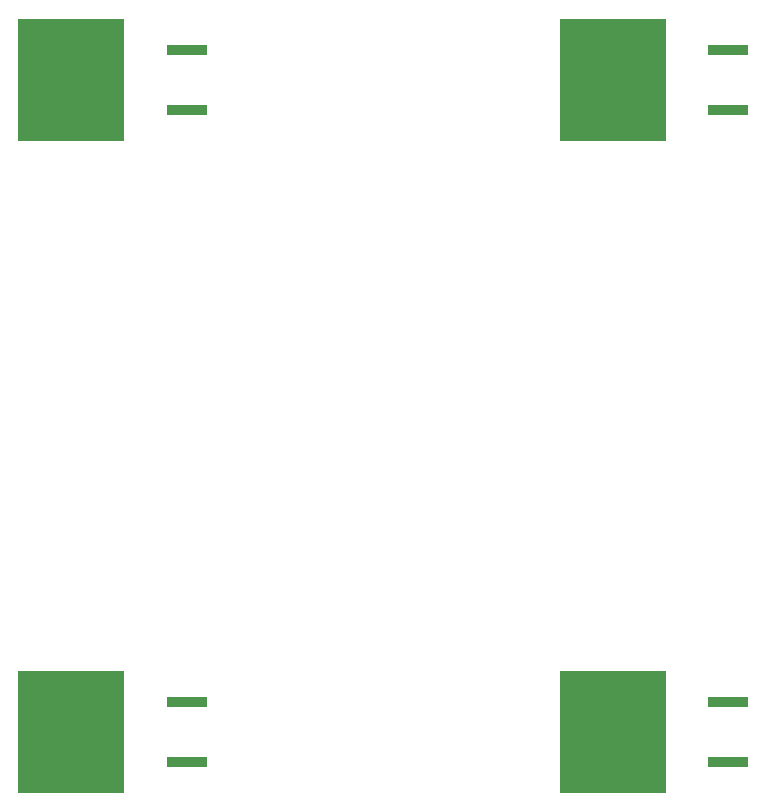
<source format=gbr>
G04*
G04 #@! TF.GenerationSoftware,Altium Limited,Altium Designer,25.4.2 (15)*
G04*
G04 Layer_Color=8421504*
%FSLAX44Y44*%
%MOMM*%
G71*
G04*
G04 #@! TF.SameCoordinates,E50F2220-639C-4698-B7CA-9BFD618F9179*
G04*
G04*
G04 #@! TF.FilePolarity,Positive*
G04*
G01*
G75*
%ADD10R,9.0000X10.3500*%
%ADD11R,3.5000X0.9500*%
D10*
X566000Y339460D02*
D03*
X1024790D02*
D03*
X566000Y890730D02*
D03*
X1024790D02*
D03*
D11*
X663500Y364860D02*
D03*
Y314060D02*
D03*
X1122290Y364860D02*
D03*
Y314060D02*
D03*
X663500Y916130D02*
D03*
Y865330D02*
D03*
X1122290Y916130D02*
D03*
Y865330D02*
D03*
M02*

</source>
